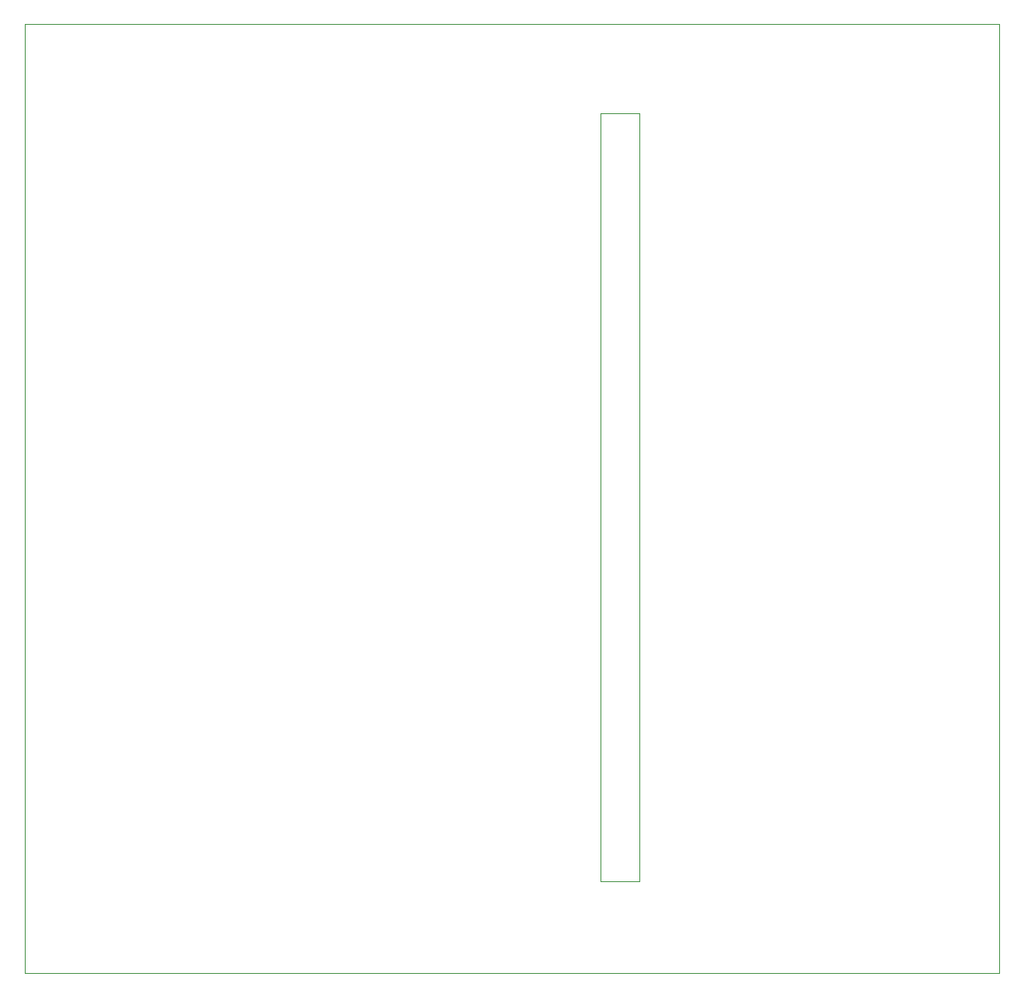
<source format=gbr>
G04 #@! TF.GenerationSoftware,KiCad,Pcbnew,(5.1.5-0-10_14)*
G04 #@! TF.CreationDate,2021-11-28T13:41:55+10:00*
G04 #@! TF.ProjectId,UFC - General Purpose Small PCB,55464320-2d20-4476-956e-6572616c2050,rev?*
G04 #@! TF.SameCoordinates,Original*
G04 #@! TF.FileFunction,Profile,NP*
%FSLAX46Y46*%
G04 Gerber Fmt 4.6, Leading zero omitted, Abs format (unit mm)*
G04 Created by KiCad (PCBNEW (5.1.5-0-10_14)) date 2021-11-28 13:41:55*
%MOMM*%
%LPD*%
G04 APERTURE LIST*
%ADD10C,0.050000*%
%ADD11C,0.120000*%
G04 APERTURE END LIST*
D10*
X97434400Y-49174400D02*
X97434400Y-127812800D01*
X101396800Y-127812800D02*
X97434400Y-127812800D01*
X101396800Y-49174400D02*
X101396800Y-127812800D01*
X97434400Y-49174400D02*
X101396800Y-49174400D01*
D11*
X38506400Y-40030400D02*
X38506400Y-137210800D01*
X138226800Y-137210800D02*
X38506400Y-137210800D01*
X138226800Y-40030400D02*
X138226800Y-137210800D01*
X38506400Y-40030400D02*
X138226800Y-40030400D01*
M02*

</source>
